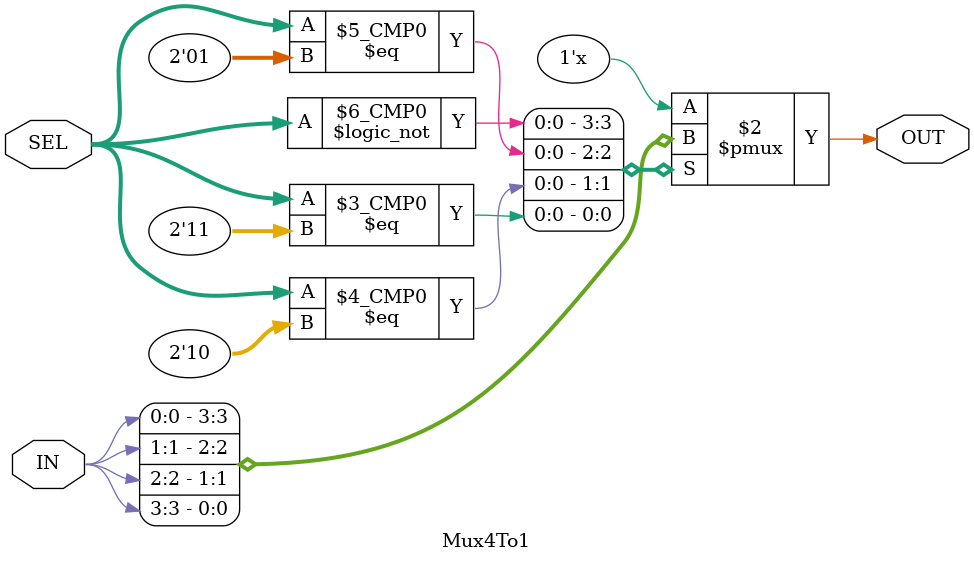
<source format=v>
`timescale 1ns/1ns

module Mux4To1( IN, OUT, SEL);
input wire[3:0] IN;
input wire[1:0] SEL;
output reg OUT;

always @(*) 
begin
	case (SEL)
		2'b00 : OUT <= IN[0];
		2'b01 : OUT <= IN[1];
		2'b10 : OUT <= IN[2];
		2'b11 : OUT <= IN[3];
	endcase	
end	
endmodule
</source>
